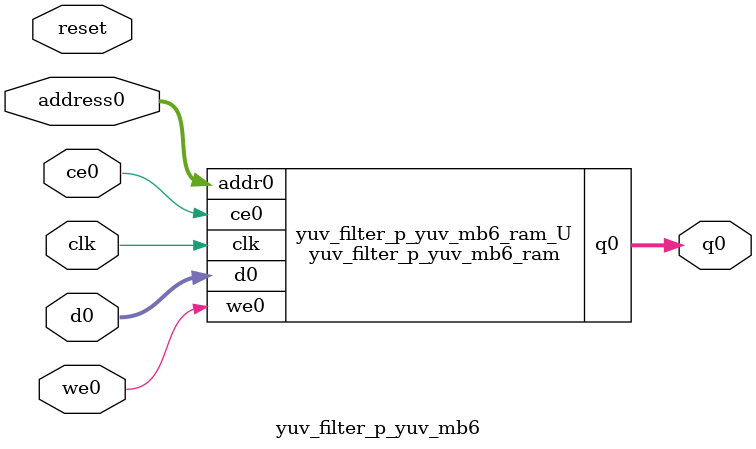
<source format=v>

`timescale 1 ns / 1 ps
module yuv_filter_p_yuv_mb6_ram (addr0, ce0, d0, we0, q0,  clk);

parameter DWIDTH = 8;
parameter AWIDTH = 22;
parameter MEM_SIZE = 2457600;

input[AWIDTH-1:0] addr0;
input ce0;
input[DWIDTH-1:0] d0;
input we0;
output wire[DWIDTH-1:0] q0;
input clk;

(* ram_style = "block" *)reg [DWIDTH-1:0] ram[0:MEM_SIZE-1];
wire [AWIDTH-1:0] addr0_t0; 
(* EQUIVALENT_REGISTER_REMOVAL="NO" *)reg [AWIDTH-1:0] addr0_t1; 
wire [DWIDTH-1:0] d0_t0; 
wire we0_t0; 
(* EQUIVALENT_REGISTER_REMOVAL="NO" *)reg [DWIDTH-1:0] d0_t1; 
(* EQUIVALENT_REGISTER_REMOVAL="NO" *)reg we0_t1; 
reg [DWIDTH-1:0] q0_t0;
reg [DWIDTH-1:0] q0_t1;


assign addr0_t0 = addr0;
assign d0_t0 = d0;
assign we0_t0 = we0;
assign q0 = q0_t1;

always @(posedge clk)  
begin
    if (ce0) 
    begin
        addr0_t1 <= addr0_t0; 
        d0_t1 <= d0_t0;
        we0_t1 <= we0_t0;
        q0_t1 <= q0_t0;
    end
end


always @(posedge clk)  
begin 
    if (ce0) 
    begin
        if (we0_t1) 
        begin 
            ram[addr0_t1] <= d0_t1; 
            q0_t0 <= d0_t1;
        end 
        else 
            q0_t0 <= ram[addr0_t1];
    end
end


endmodule


`timescale 1 ns / 1 ps
module yuv_filter_p_yuv_mb6(
    reset,
    clk,
    address0,
    ce0,
    we0,
    d0,
    q0);

parameter DataWidth = 32'd8;
parameter AddressRange = 32'd2457600;
parameter AddressWidth = 32'd22;
input reset;
input clk;
input[AddressWidth - 1:0] address0;
input ce0;
input we0;
input[DataWidth - 1:0] d0;
output[DataWidth - 1:0] q0;



yuv_filter_p_yuv_mb6_ram yuv_filter_p_yuv_mb6_ram_U(
    .clk( clk ),
    .addr0( address0 ),
    .ce0( ce0 ),
    .d0( d0 ),
    .we0( we0 ),
    .q0( q0 ));

endmodule


</source>
